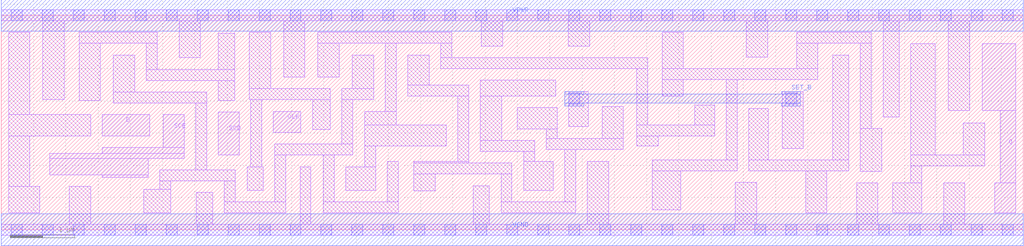
<source format=lef>
# Copyright 2020 The SkyWater PDK Authors
#
# Licensed under the Apache License, Version 2.0 (the "License");
# you may not use this file except in compliance with the License.
# You may obtain a copy of the License at
#
#     https://www.apache.org/licenses/LICENSE-2.0
#
# Unless required by applicable law or agreed to in writing, software
# distributed under the License is distributed on an "AS IS" BASIS,
# WITHOUT WARRANTIES OR CONDITIONS OF ANY KIND, either express or implied.
# See the License for the specific language governing permissions and
# limitations under the License.
#
# SPDX-License-Identifier: Apache-2.0

VERSION 5.7 ;
  NAMESCASESENSITIVE ON ;
  NOWIREEXTENSIONATPIN ON ;
  DIVIDERCHAR "/" ;
  BUSBITCHARS "[]" ;
UNITS
  DATABASE MICRONS 200 ;
END UNITS
MACRO sky130_fd_sc_lp__sdfstp_lp
  CLASS CORE ;
  SOURCE USER ;
  FOREIGN sky130_fd_sc_lp__sdfstp_lp ;
  ORIGIN  0.000000  0.000000 ;
  SIZE  15.84000 BY  3.330000 ;
  SYMMETRY X Y R90 ;
  SITE unit ;
  PIN D
    ANTENNAGATEAREA  0.313000 ;
    DIRECTION INPUT ;
    USE SIGNAL ;
    PORT
      LAYER li1 ;
        RECT 1.565000 1.460000 2.300000 1.790000 ;
    END
  END D
  PIN Q
    ANTENNADIFFAREA  0.404700 ;
    DIRECTION OUTPUT ;
    USE SIGNAL ;
    PORT
      LAYER li1 ;
        RECT 15.205000 1.850000 15.725000 2.890000 ;
        RECT 15.395000 0.265000 15.725000 0.725000 ;
        RECT 15.485000 0.725000 15.725000 1.850000 ;
    END
  END Q
  PIN SCD
    ANTENNAGATEAREA  0.313000 ;
    DIRECTION INPUT ;
    USE SIGNAL ;
    PORT
      LAYER li1 ;
        RECT 3.365000 1.160000 3.685000 1.830000 ;
    END
  END SCD
  PIN SCE
    ANTENNAGATEAREA  0.689000 ;
    DIRECTION INPUT ;
    USE SIGNAL ;
    PORT
      LAYER li1 ;
        RECT 0.750000 0.855000 2.275000 1.110000 ;
        RECT 0.750000 1.110000 2.835000 1.185000 ;
        RECT 1.565000 0.810000 2.275000 0.855000 ;
        RECT 1.565000 1.185000 2.835000 1.280000 ;
        RECT 2.510000 1.280000 2.835000 1.790000 ;
    END
  END SCE
  PIN SET_B
    ANTENNAGATEAREA  0.626000 ;
    DIRECTION INPUT ;
    USE SIGNAL ;
    PORT
      LAYER met1 ;
        RECT  8.735000 1.920000  9.025000 1.965000 ;
        RECT  8.735000 1.965000 12.385000 2.105000 ;
        RECT  8.735000 2.105000  9.025000 2.150000 ;
        RECT 12.095000 1.920000 12.385000 1.965000 ;
        RECT 12.095000 2.105000 12.385000 2.150000 ;
    END
  END SET_B
  PIN CLK
    ANTENNAGATEAREA  0.376000 ;
    DIRECTION INPUT ;
    USE CLOCK ;
    PORT
      LAYER li1 ;
        RECT 4.215000 1.510000 4.645000 1.840000 ;
    END
  END CLK
  PIN VGND
    DIRECTION INOUT ;
    USE GROUND ;
    PORT
      LAYER met1 ;
        RECT 0.000000 -0.245000 15.840000 0.245000 ;
    END
  END VGND
  PIN VPWR
    DIRECTION INOUT ;
    USE POWER ;
    PORT
      LAYER met1 ;
        RECT 0.000000 3.085000 15.840000 3.575000 ;
    END
  END VPWR
  OBS
    LAYER li1 ;
      RECT  0.000000 -0.085000 15.840000 0.085000 ;
      RECT  0.000000  3.245000 15.840000 3.415000 ;
      RECT  0.115000  0.265000  0.595000 0.675000 ;
      RECT  0.115000  0.675000  0.445000 1.460000 ;
      RECT  0.115000  1.460000  1.385000 1.790000 ;
      RECT  0.115000  1.790000  0.445000 3.065000 ;
      RECT  0.645000  2.025000  0.975000 3.245000 ;
      RECT  1.055000  0.085000  1.385000 0.675000 ;
      RECT  1.205000  2.010000  1.535000 2.895000 ;
      RECT  1.205000  2.895000  2.415000 3.065000 ;
      RECT  1.735000  1.970000  3.185000 2.140000 ;
      RECT  1.735000  2.140000  2.065000 2.715000 ;
      RECT  2.205000  0.265000  2.625000 0.630000 ;
      RECT  2.245000  2.320000  3.615000 2.490000 ;
      RECT  2.245000  2.490000  2.415000 2.895000 ;
      RECT  2.455000  0.630000  2.625000 0.760000 ;
      RECT  2.455000  0.760000  3.625000 0.930000 ;
      RECT  2.755000  2.670000  3.085000 3.245000 ;
      RECT  3.015000  0.930000  3.185000 1.970000 ;
      RECT  3.025000  0.085000  3.275000 0.580000 ;
      RECT  3.365000  2.010000  3.615000 2.320000 ;
      RECT  3.365000  2.490000  3.615000 3.050000 ;
      RECT  3.455000  0.265000  4.410000 0.435000 ;
      RECT  3.455000  0.435000  3.625000 0.760000 ;
      RECT  3.810000  0.615000  4.060000 0.980000 ;
      RECT  3.845000  2.020000  5.100000 2.190000 ;
      RECT  3.845000  2.190000  4.175000 3.065000 ;
      RECT  3.865000  0.980000  4.035000 2.020000 ;
      RECT  4.240000  0.435000  4.410000 1.160000 ;
      RECT  4.240000  1.160000  5.450000 1.330000 ;
      RECT  4.375000  2.370000  4.705000 3.245000 ;
      RECT  4.630000  0.085000  4.800000 0.980000 ;
      RECT  4.825000  1.555000  5.100000 2.020000 ;
      RECT  4.905000  2.370000  5.235000 2.895000 ;
      RECT  4.905000  2.895000  6.980000 3.065000 ;
      RECT  4.990000  0.265000  6.150000 0.435000 ;
      RECT  4.990000  0.435000  5.160000 1.160000 ;
      RECT  5.280000  1.330000  5.450000 2.020000 ;
      RECT  5.280000  2.020000  5.770000 2.190000 ;
      RECT  5.340000  0.615000  5.800000 0.980000 ;
      RECT  5.440000  2.190000  5.770000 2.715000 ;
      RECT  5.630000  0.980000  5.800000 1.300000 ;
      RECT  5.630000  1.300000  6.895000 1.630000 ;
      RECT  5.630000  1.630000  6.120000 1.840000 ;
      RECT  5.950000  1.840000  6.120000 2.895000 ;
      RECT  5.980000  0.435000  6.150000 1.065000 ;
      RECT  6.300000  2.075000  7.245000 2.245000 ;
      RECT  6.300000  2.245000  6.630000 2.715000 ;
      RECT  6.395000  0.605000  6.725000 0.865000 ;
      RECT  6.395000  0.865000  7.915000 1.035000 ;
      RECT  6.395000  1.035000  7.245000 1.065000 ;
      RECT  6.810000  2.505000 10.020000 2.675000 ;
      RECT  6.810000  2.675000  6.980000 2.895000 ;
      RECT  7.075000  1.065000  7.245000 2.075000 ;
      RECT  7.315000  0.085000  7.565000 0.685000 ;
      RECT  7.425000  1.215000  8.265000 1.385000 ;
      RECT  7.425000  1.385000  7.755000 2.075000 ;
      RECT  7.425000  2.075000  8.590000 2.325000 ;
      RECT  7.440000  2.855000  7.770000 3.245000 ;
      RECT  7.745000  0.265000  8.905000 0.435000 ;
      RECT  7.745000  0.435000  7.915000 0.865000 ;
      RECT  7.995000  1.565000  8.615000 1.895000 ;
      RECT  8.095000  0.615000  8.555000 1.065000 ;
      RECT  8.095000  1.065000  8.265000 1.215000 ;
      RECT  8.445000  1.245000  9.640000 1.415000 ;
      RECT  8.445000  1.415000  8.615000 1.565000 ;
      RECT  8.735000  0.435000  8.905000 1.245000 ;
      RECT  8.790000  2.855000  9.120000 3.245000 ;
      RECT  8.795000  1.605000  9.100000 2.150000 ;
      RECT  9.085000  0.085000  9.415000 1.065000 ;
      RECT  9.310000  1.415000  9.640000 1.915000 ;
      RECT  9.850000  1.300000 10.180000 1.460000 ;
      RECT  9.850000  1.460000 11.055000 1.630000 ;
      RECT  9.850000  1.630000 10.020000 2.505000 ;
      RECT 10.085000  0.310000 10.530000 0.915000 ;
      RECT 10.085000  0.915000 11.405000 1.085000 ;
      RECT 10.240000  2.075000 10.570000 2.330000 ;
      RECT 10.240000  2.330000 12.655000 2.500000 ;
      RECT 10.240000  2.500000 10.570000 3.065000 ;
      RECT 10.750000  1.630000 11.055000 1.935000 ;
      RECT 11.235000  1.085000 11.405000 2.330000 ;
      RECT 11.375000  0.085000 11.705000 0.735000 ;
      RECT 11.545000  2.680000 11.875000 3.245000 ;
      RECT 11.585000  0.915000 13.135000 1.085000 ;
      RECT 11.585000  1.085000 11.890000 1.885000 ;
      RECT 12.100000  1.265000 12.430000 2.150000 ;
      RECT 12.325000  2.500000 12.655000 2.895000 ;
      RECT 12.325000  2.895000 13.485000 3.065000 ;
      RECT 12.465000  0.265000 12.795000 0.915000 ;
      RECT 12.885000  1.085000 13.135000 2.715000 ;
      RECT 13.255000  0.085000 13.585000 0.725000 ;
      RECT 13.315000  0.905000 13.645000 1.575000 ;
      RECT 13.315000  1.575000 13.485000 2.895000 ;
      RECT 13.665000  1.755000 13.915000 3.245000 ;
      RECT 13.815000  0.265000 14.265000 0.725000 ;
      RECT 14.095000  0.725000 14.265000 0.990000 ;
      RECT 14.095000  0.990000 15.240000 1.160000 ;
      RECT 14.095000  1.160000 14.475000 2.890000 ;
      RECT 14.605000  0.085000 14.935000 0.725000 ;
      RECT 14.675000  1.850000 15.005000 3.245000 ;
      RECT 14.910000  1.160000 15.240000 1.660000 ;
    LAYER mcon ;
      RECT  0.155000 -0.085000  0.325000 0.085000 ;
      RECT  0.155000  3.245000  0.325000 3.415000 ;
      RECT  0.635000 -0.085000  0.805000 0.085000 ;
      RECT  0.635000  3.245000  0.805000 3.415000 ;
      RECT  1.115000 -0.085000  1.285000 0.085000 ;
      RECT  1.115000  3.245000  1.285000 3.415000 ;
      RECT  1.595000 -0.085000  1.765000 0.085000 ;
      RECT  1.595000  3.245000  1.765000 3.415000 ;
      RECT  2.075000 -0.085000  2.245000 0.085000 ;
      RECT  2.075000  3.245000  2.245000 3.415000 ;
      RECT  2.555000 -0.085000  2.725000 0.085000 ;
      RECT  2.555000  3.245000  2.725000 3.415000 ;
      RECT  3.035000 -0.085000  3.205000 0.085000 ;
      RECT  3.035000  3.245000  3.205000 3.415000 ;
      RECT  3.515000 -0.085000  3.685000 0.085000 ;
      RECT  3.515000  3.245000  3.685000 3.415000 ;
      RECT  3.995000 -0.085000  4.165000 0.085000 ;
      RECT  3.995000  3.245000  4.165000 3.415000 ;
      RECT  4.475000 -0.085000  4.645000 0.085000 ;
      RECT  4.475000  3.245000  4.645000 3.415000 ;
      RECT  4.955000 -0.085000  5.125000 0.085000 ;
      RECT  4.955000  3.245000  5.125000 3.415000 ;
      RECT  5.435000 -0.085000  5.605000 0.085000 ;
      RECT  5.435000  3.245000  5.605000 3.415000 ;
      RECT  5.915000 -0.085000  6.085000 0.085000 ;
      RECT  5.915000  3.245000  6.085000 3.415000 ;
      RECT  6.395000 -0.085000  6.565000 0.085000 ;
      RECT  6.395000  3.245000  6.565000 3.415000 ;
      RECT  6.875000 -0.085000  7.045000 0.085000 ;
      RECT  6.875000  3.245000  7.045000 3.415000 ;
      RECT  7.355000 -0.085000  7.525000 0.085000 ;
      RECT  7.355000  3.245000  7.525000 3.415000 ;
      RECT  7.835000 -0.085000  8.005000 0.085000 ;
      RECT  7.835000  3.245000  8.005000 3.415000 ;
      RECT  8.315000 -0.085000  8.485000 0.085000 ;
      RECT  8.315000  3.245000  8.485000 3.415000 ;
      RECT  8.795000 -0.085000  8.965000 0.085000 ;
      RECT  8.795000  1.950000  8.965000 2.120000 ;
      RECT  8.795000  3.245000  8.965000 3.415000 ;
      RECT  9.275000 -0.085000  9.445000 0.085000 ;
      RECT  9.275000  3.245000  9.445000 3.415000 ;
      RECT  9.755000 -0.085000  9.925000 0.085000 ;
      RECT  9.755000  3.245000  9.925000 3.415000 ;
      RECT 10.235000 -0.085000 10.405000 0.085000 ;
      RECT 10.235000  3.245000 10.405000 3.415000 ;
      RECT 10.715000 -0.085000 10.885000 0.085000 ;
      RECT 10.715000  3.245000 10.885000 3.415000 ;
      RECT 11.195000 -0.085000 11.365000 0.085000 ;
      RECT 11.195000  3.245000 11.365000 3.415000 ;
      RECT 11.675000 -0.085000 11.845000 0.085000 ;
      RECT 11.675000  3.245000 11.845000 3.415000 ;
      RECT 12.155000 -0.085000 12.325000 0.085000 ;
      RECT 12.155000  1.950000 12.325000 2.120000 ;
      RECT 12.155000  3.245000 12.325000 3.415000 ;
      RECT 12.635000 -0.085000 12.805000 0.085000 ;
      RECT 12.635000  3.245000 12.805000 3.415000 ;
      RECT 13.115000 -0.085000 13.285000 0.085000 ;
      RECT 13.115000  3.245000 13.285000 3.415000 ;
      RECT 13.595000 -0.085000 13.765000 0.085000 ;
      RECT 13.595000  3.245000 13.765000 3.415000 ;
      RECT 14.075000 -0.085000 14.245000 0.085000 ;
      RECT 14.075000  3.245000 14.245000 3.415000 ;
      RECT 14.555000 -0.085000 14.725000 0.085000 ;
      RECT 14.555000  3.245000 14.725000 3.415000 ;
      RECT 15.035000 -0.085000 15.205000 0.085000 ;
      RECT 15.035000  3.245000 15.205000 3.415000 ;
      RECT 15.515000 -0.085000 15.685000 0.085000 ;
      RECT 15.515000  3.245000 15.685000 3.415000 ;
  END
END sky130_fd_sc_lp__sdfstp_lp
END LIBRARY

</source>
